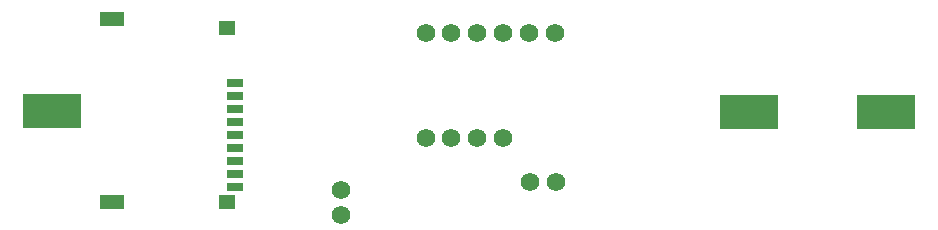
<source format=gbp>
G04 Layer: BottomPasteMaskLayer*
G04 EasyEDA v6.5.29, 2023-07-07 16:20:56*
G04 d9f499156d004e84aee0404722c7e58c,63a96235fadc4189ab89c93b90d034ab,10*
G04 Gerber Generator version 0.2*
G04 Scale: 100 percent, Rotated: No, Reflected: No *
G04 Dimensions in millimeters *
G04 leading zeros omitted , absolute positions ,4 integer and 5 decimal *
%FSLAX45Y45*%
%MOMM*%

%AMMACRO1*21,1,$1,$2,0,0,$3*%
%ADD10C,1.5748*%
%ADD11R,5.0000X3.0000*%
%ADD12MACRO1,0.7X1.3X90.0000*%
%ADD13MACRO1,1.2X1.397X90.0000*%
%ADD14MACRO1,1.2X2X90.0000*%

%LPD*%
D10*
G01*
X-4789982Y7769987D03*
G01*
X-4580001Y7769987D03*
G01*
X-4359986Y7769987D03*
G01*
X-4139996Y7769987D03*
G01*
X-4789982Y8659977D03*
G01*
X-4580001Y8659977D03*
G01*
X-4359986Y8659977D03*
G01*
X-4139996Y8659977D03*
G01*
X-5509996Y7119975D03*
G01*
X-5509996Y7329982D03*
G01*
X-3689985Y7399985D03*
G01*
X-3909999Y7399985D03*
D11*
G01*
X-894994Y7994980D03*
D10*
G01*
X-3699992Y8659977D03*
G01*
X-3919981Y8659977D03*
D11*
G01*
X-7960004Y8000009D03*
G01*
X-2055012Y7995005D03*
D12*
G01*
X-6410004Y8239163D03*
G01*
X-6410182Y8129206D03*
G01*
X-6410004Y8019554D03*
G01*
X-6410004Y7909623D03*
G01*
X-6410004Y7799743D03*
G01*
X-6410004Y7689913D03*
G01*
X-6410004Y7580261D03*
G01*
X-6410004Y7470457D03*
G01*
X-6410004Y7360069D03*
D13*
G01*
X-6479829Y7235304D03*
G01*
X-6479829Y8708504D03*
D14*
G01*
X-7450007Y8784704D03*
G01*
X-7450007Y7235304D03*
M02*

</source>
